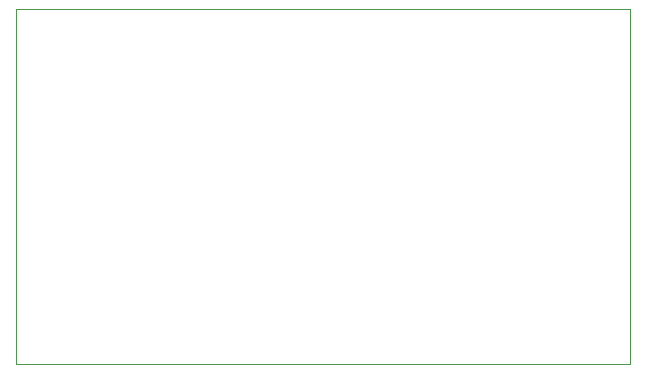
<source format=gbr>
G04 #@! TF.FileFunction,Other,Fab,Bot*
%FSLAX46Y46*%
G04 Gerber Fmt 4.6, Leading zero omitted, Abs format (unit mm)*
G04 Created by KiCad (PCBNEW 4.0.2+dfsg1-stable) date mar 08 gen 2019 08:49:04 CET*
%MOMM*%
G01*
G04 APERTURE LIST*
%ADD10C,0.100000*%
G04 APERTURE END LIST*
D10*
X173697120Y-70957440D02*
X121697120Y-70957440D01*
X173697120Y-100957440D02*
X173697120Y-70957440D01*
X121697120Y-100957440D02*
X173697120Y-100957440D01*
X121697120Y-70957440D02*
X121697120Y-100957440D01*
M02*

</source>
